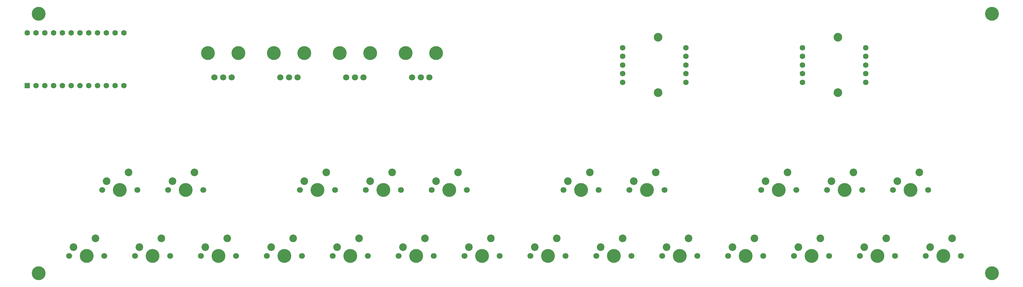
<source format=gbs>
G04 #@! TF.GenerationSoftware,KiCad,Pcbnew,(5.1.10)-1*
G04 #@! TF.CreationDate,2021-09-29T18:39:33-04:00*
G04 #@! TF.ProjectId,design,64657369-676e-42e6-9b69-6361645f7063,rev?*
G04 #@! TF.SameCoordinates,Original*
G04 #@! TF.FileFunction,Soldermask,Bot*
G04 #@! TF.FilePolarity,Negative*
%FSLAX46Y46*%
G04 Gerber Fmt 4.6, Leading zero omitted, Abs format (unit mm)*
G04 Created by KiCad (PCBNEW (5.1.10)-1) date 2021-09-29 18:39:33*
%MOMM*%
%LPD*%
G01*
G04 APERTURE LIST*
%ADD10C,1.700000*%
%ADD11C,4.000000*%
%ADD12C,2.200000*%
%ADD13C,2.500000*%
%ADD14C,1.600000*%
%ADD15R,1.600000X1.600000*%
%ADD16C,1.800000*%
G04 APERTURE END LIST*
D10*
X49515000Y-120750000D03*
X39355000Y-120750000D03*
D11*
X44435000Y-120750000D03*
D12*
X40625000Y-118210000D03*
X46975000Y-115670000D03*
D10*
X135240000Y-101700000D03*
X125080000Y-101700000D03*
D11*
X130160000Y-101700000D03*
D12*
X126350000Y-99160000D03*
X132700000Y-96620000D03*
D10*
X125715000Y-120750000D03*
X115555000Y-120750000D03*
D11*
X120635000Y-120750000D03*
D12*
X116825000Y-118210000D03*
X123175000Y-115670000D03*
D10*
X182865000Y-120750000D03*
X172705000Y-120750000D03*
D11*
X177785000Y-120750000D03*
D12*
X173975000Y-118210000D03*
X180325000Y-115670000D03*
D10*
X59040000Y-101700000D03*
X48880000Y-101700000D03*
D11*
X53960000Y-101700000D03*
D12*
X50150000Y-99160000D03*
X56500000Y-96620000D03*
D10*
X220965000Y-120750000D03*
X210805000Y-120750000D03*
D11*
X215885000Y-120750000D03*
D12*
X212075000Y-118210000D03*
X218425000Y-115670000D03*
X237475000Y-115670000D03*
X231125000Y-118210000D03*
D11*
X234935000Y-120750000D03*
D10*
X229855000Y-120750000D03*
X240015000Y-120750000D03*
X201915000Y-120750000D03*
X191755000Y-120750000D03*
D11*
X196835000Y-120750000D03*
D12*
X193025000Y-118210000D03*
X199375000Y-115670000D03*
D10*
X144765000Y-120750000D03*
X134605000Y-120750000D03*
D11*
X139685000Y-120750000D03*
D12*
X135875000Y-118210000D03*
X142225000Y-115670000D03*
D10*
X116190000Y-101700000D03*
X106030000Y-101700000D03*
D11*
X111110000Y-101700000D03*
D12*
X107300000Y-99160000D03*
X113650000Y-96620000D03*
D10*
X97140000Y-101700000D03*
X86980000Y-101700000D03*
D11*
X92060000Y-101700000D03*
D12*
X88250000Y-99160000D03*
X94600000Y-96620000D03*
D11*
X11430000Y-125730000D03*
X287020000Y-125730000D03*
X11430000Y-50800000D03*
X287020000Y-50800000D03*
D13*
X190525000Y-57585000D03*
X190525000Y-73585000D03*
D14*
X198575000Y-70585000D03*
X198575000Y-60585000D03*
X198575000Y-63085000D03*
X198575000Y-68085000D03*
X180275000Y-70585000D03*
X180275000Y-68085000D03*
X180275000Y-60585000D03*
X180275000Y-63085000D03*
X198575000Y-65585000D03*
X180275000Y-65585000D03*
D13*
X242525000Y-57585000D03*
X242525000Y-73585000D03*
D14*
X250575000Y-70585000D03*
X250575000Y-60585000D03*
X250575000Y-63085000D03*
X250575000Y-68085000D03*
X232275000Y-70585000D03*
X232275000Y-68085000D03*
X232275000Y-60585000D03*
X232275000Y-63085000D03*
X250575000Y-65585000D03*
X232275000Y-65585000D03*
D10*
X173340000Y-101700000D03*
X163180000Y-101700000D03*
D11*
X168260000Y-101700000D03*
D12*
X164450000Y-99160000D03*
X170800000Y-96620000D03*
D10*
X278115000Y-120750000D03*
X267955000Y-120750000D03*
D11*
X273035000Y-120750000D03*
D12*
X269225000Y-118210000D03*
X275575000Y-115670000D03*
D10*
X192390000Y-101700000D03*
X182230000Y-101700000D03*
D11*
X187310000Y-101700000D03*
D12*
X183500000Y-99160000D03*
X189850000Y-96620000D03*
D10*
X68565000Y-120750000D03*
X58405000Y-120750000D03*
D11*
X63485000Y-120750000D03*
D12*
X59675000Y-118210000D03*
X66025000Y-115670000D03*
D10*
X163815000Y-120750000D03*
X153655000Y-120750000D03*
D11*
X158735000Y-120750000D03*
D12*
X154925000Y-118210000D03*
X161275000Y-115670000D03*
D10*
X230490000Y-101700000D03*
X220330000Y-101700000D03*
D11*
X225410000Y-101700000D03*
D12*
X221600000Y-99160000D03*
X227950000Y-96620000D03*
D14*
X8135000Y-56310000D03*
X10675000Y-56310000D03*
X13215000Y-56310000D03*
X15755000Y-56310000D03*
X18295000Y-56310000D03*
X20835000Y-56310000D03*
X23375000Y-56310000D03*
X25915000Y-56310000D03*
X28455000Y-56310000D03*
X30995000Y-56310000D03*
X33535000Y-56310000D03*
X36075000Y-56310000D03*
X36075000Y-71550000D03*
X33535000Y-71550000D03*
X30995000Y-71550000D03*
X28455000Y-71550000D03*
X25915000Y-71550000D03*
X23375000Y-71550000D03*
X20835000Y-71550000D03*
X18295000Y-71550000D03*
X15755000Y-71550000D03*
X13215000Y-71550000D03*
X10675000Y-71550000D03*
D15*
X8135000Y-71550000D03*
D10*
X87615000Y-120750000D03*
X77455000Y-120750000D03*
D11*
X82535000Y-120750000D03*
D12*
X78725000Y-118210000D03*
X85075000Y-115670000D03*
D10*
X268590000Y-101700000D03*
X258430000Y-101700000D03*
D11*
X263510000Y-101700000D03*
D12*
X259700000Y-99160000D03*
X266050000Y-96620000D03*
D10*
X259065000Y-120750000D03*
X248905000Y-120750000D03*
D11*
X253985000Y-120750000D03*
D12*
X250175000Y-118210000D03*
X256525000Y-115670000D03*
D10*
X249540000Y-101700000D03*
X239380000Y-101700000D03*
D11*
X244460000Y-101700000D03*
D12*
X240650000Y-99160000D03*
X247000000Y-96620000D03*
D10*
X106665000Y-120750000D03*
X96505000Y-120750000D03*
D11*
X101585000Y-120750000D03*
D12*
X97775000Y-118210000D03*
X104125000Y-115670000D03*
D10*
X39990000Y-101700000D03*
X29830000Y-101700000D03*
D11*
X34910000Y-101700000D03*
D12*
X31100000Y-99160000D03*
X37450000Y-96620000D03*
D10*
X30465000Y-120750000D03*
X20305000Y-120750000D03*
D11*
X25385000Y-120750000D03*
D12*
X21575000Y-118210000D03*
X27925000Y-115670000D03*
D11*
X126324999Y-62135001D03*
X117524999Y-62135001D03*
D16*
X124424999Y-69135001D03*
X121924999Y-69135001D03*
X119424999Y-69135001D03*
D11*
X107274999Y-62135001D03*
X98474999Y-62135001D03*
D16*
X105374999Y-69135001D03*
X102874999Y-69135001D03*
X100374999Y-69135001D03*
D11*
X88224999Y-62135001D03*
X79424999Y-62135001D03*
D16*
X86324999Y-69135001D03*
X83824999Y-69135001D03*
X81324999Y-69135001D03*
D11*
X69174999Y-62135001D03*
X60374999Y-62135001D03*
D16*
X67274999Y-69135001D03*
X64774999Y-69135001D03*
X62274999Y-69135001D03*
M02*

</source>
